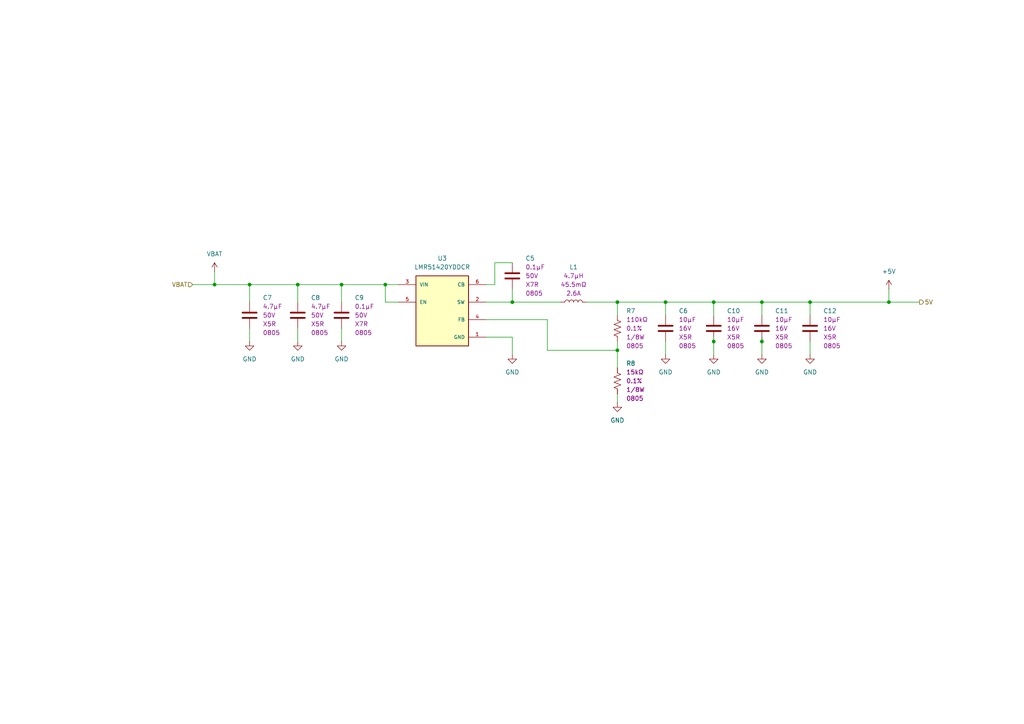
<source format=kicad_sch>
(kicad_sch (version 20231120) (generator "eeschema") (generator_version "8.0")
  (paper "A4")
  (lib_symbols
    (symbol "Capacitors_MLCC:CL21B104KBCNNNC" (pin_numbers hide) (pin_names (offset 0.254) hide)
      (property "Reference" "C" (at 4.826 4.318 0))
      (property "Capacitance" "0.1µF" (at 4.826 2.286 0))
      (property "Rated Voltage" "50V" (at 4.826 0 0))
      (property "Temperature Coefficient" "X7R" (at 4.826 -2.032 0))
      (property "Package" "0805" (at 4.826 -4.064 0))
      (symbol "CL21B104KBCNNNC_0_1"
        (polyline (pts (xy -2.032 -0.762) (xy 2.032 -0.762)) (stroke (width 0.508)))
        (polyline (pts (xy -2.032 0.762) (xy 2.032 0.762)) (stroke (width 0.508)))
      )
      (symbol "CL21B104KBCNNNC_1_1"
        (pin passive line (at 0 3.81 270) (length 2.794) (name "~") (number "1"))
        (pin passive line (at 0 -3.81 90) (length 2.794) (name "~") (number "2"))
      )
    )
    (symbol "Capacitors_MLCC:GRM21BR61C106KE15K" (pin_numbers hide) (pin_names (offset 0.254) hide)
      (property "Reference" "C" (at 4.826 4.318 0))
      (property "Capacitance" "10µF" (at 4.826 2.286 0))
      (property "Rated Voltage" "16V" (at 4.826 0 0))
      (property "Temperature Coefficient" "X5R" (at 4.826 -2.032 0))
      (property "Package" "0805" (at 4.826 -4.064 0))
      (symbol "GRM21BR61C106KE15K_0_1"
        (polyline (pts (xy -2.032 -0.762) (xy 2.032 -0.762)) (stroke (width 0.508)))
        (polyline (pts (xy -2.032 0.762) (xy 2.032 0.762)) (stroke (width 0.508)))
      )
      (symbol "GRM21BR61C106KE15K_1_1"
        (pin passive line (at 0 3.81 270) (length 2.794) (name "~") (number "1"))
        (pin passive line (at 0 -3.81 90) (length 2.794) (name "~") (number "2"))
      )
    )
    (symbol "Capacitors_MLCC:GRM21BR61H475KE51L" (pin_numbers hide) (pin_names (offset 0.254) hide)
      (property "Reference" "C" (at 4.826 4.318 0))
      (property "Capacitance" "4.7µF" (at 4.826 2.286 0))
      (property "Rated Voltage" "50V" (at 4.826 0 0))
      (property "Temperature Coefficient" "X5R" (at 4.826 -2.032 0))
      (property "Package" "0805" (at 4.826 -4.064 0))
      (symbol "GRM21BR61H475KE51L_0_1"
        (polyline (pts (xy -2.032 -0.762) (xy 2.032 -0.762)) (stroke (width 0.508)))
        (polyline (pts (xy -2.032 0.762) (xy 2.032 0.762)) (stroke (width 0.508)))
      )
      (symbol "GRM21BR61H475KE51L_1_1"
        (pin passive line (at 0 3.81 270) (length 2.794) (name "~") (number "1"))
        (pin passive line (at 0 -3.81 90) (length 2.794) (name "~") (number "2"))
      )
    )
    (symbol "Inductors:NRS5030T4R7MMGJV" (pin_numbers hide) (pin_names (offset 1.016) hide)
      (property "Reference" "L" (at -2.286 2.794 0))
      (property "Inductance" "4.7µH" (at -3.048 -2.032 0))
      (property "DCR" "45.5mΩ" (at -3.048 -6.604 0))
      (property "Current Rating" "2.6A" (at -3.048 -4.318 0))
      (symbol "NRS5030T4R7MMGJV_0_1"
        (arc (start -1.27 0) (mid -1.905 0.6323) (end -2.54 0))
        (arc (start 0 0) (mid -0.635 0.6323) (end -1.27 0))
        (arc (start 1.27 0) (mid 0.635 0.6323) (end 0 0))
        (arc (start 2.54 0) (mid 1.905 0.6323) (end 1.27 0))
      )
      (symbol "NRS5030T4R7MMGJV_1_1"
        (pin passive line (at -3.81 0 0) (length 1.27) (name "1") (number "1"))
        (pin passive line (at 3.81 0 180) (length 1.27) (name "2") (number "2"))
      )
    )
    (symbol "Regulator_Switching:LMR51420YDDCR" (pin_names (offset 1.016))
      (property "Reference" "U" (at -7.62 10.922 0))
      (property "Value" "LMR51420YDDCR" (at -7.62 -12.7 0))
      (symbol "LMR51420YDDCR_0_0"
        (rectangle (start -7.62 10.16) (end 7.62 -10.16) (stroke (width 0.254)) (fill (type background)))
        (pin input line (at 12.7 -2.54 180) (length 5.08) (name "FB") (number "4"))
        (pin input line (at -12.7 2.54 0) (length 5.08) (name "EN") (number "5"))
        (pin passive line (at 12.7 7.62 180) (length 5.08) (name "CB") (number "6"))
      )
      (symbol "LMR51420YDDCR_1_0"
        (pin power_in line (at 12.7 -7.62 180) (length 5.08) (name "GND") (number "1"))
        (pin power_out line (at 12.7 2.54 180) (length 5.08) (name "SW") (number "2"))
        (pin power_in line (at -12.7 7.62 0) (length 5.08) (name "VIN") (number "3"))
      )
    )
    (symbol "Resistors:ERA-6AEB114V" (pin_numbers hide) (pin_names (offset 1.016) hide)
      (property "Reference" "R" (at 2.54 3.556 0))
      (property "Resistance" "110kΩ" (at 2.54 2.032 0))
      (property "Tolerance" "0.1%" (at 2.54 0 0))
      (property "Power" "1/8W" (at 2.54 -2.032 0))
      (property "Package" "0805" (at 2.54 -4.064 0))
      (symbol "ERA-6AEB114V_0_1"
        (polyline (pts (xy 0 -2.286) (xy 0 -2.54)))
        (polyline (pts (xy 0 2.286) (xy 0 2.54)))
        (polyline (pts (xy 0 -0.762) (xy 1.016 -1.143) (xy 0 -1.524) (xy -1.016 -1.905) (xy 0 -2.286)))
        (polyline (pts (xy 0 0.762) (xy 1.016 0.381) (xy 0 0) (xy -1.016 -0.381) (xy 0 -0.762)))
        (polyline (pts (xy 0 2.286) (xy 1.016 1.905) (xy 0 1.524) (xy -1.016 1.143) (xy 0 0.762)))
      )
      (symbol "ERA-6AEB114V_1_1"
        (pin passive line (at 0 3.81 270) (length 1.27) (name "~") (number "1"))
        (pin passive line (at 0 -3.81 90) (length 1.27) (name "~") (number "2"))
      )
    )
    (symbol "Resistors:RT0805BRD0715KL" (pin_numbers hide) (pin_names (offset 1.016) hide)
      (property "Reference" "R" (at 2.54 3.556 0))
      (property "Resistance" "15kΩ" (at 2.54 2.032 0))
      (property "Tolerance" "0.1%" (at 2.54 0 0))
      (property "Power" "1/8W" (at 2.54 -2.032 0))
      (property "Package" "0805" (at 2.54 -4.064 0))
      (symbol "RT0805BRD0715KL_0_1"
        (polyline (pts (xy 0 -2.286) (xy 0 -2.54)))
        (polyline (pts (xy 0 2.286) (xy 0 2.54)))
        (polyline (pts (xy 0 -0.762) (xy 1.016 -1.143) (xy 0 -1.524) (xy -1.016 -1.905) (xy 0 -2.286)))
        (polyline (pts (xy 0 0.762) (xy 1.016 0.381) (xy 0 0) (xy -1.016 -0.381) (xy 0 -0.762)))
        (polyline (pts (xy 0 2.286) (xy 1.016 1.905) (xy 0 1.524) (xy -1.016 1.143) (xy 0 0.762)))
      )
      (symbol "RT0805BRD0715KL_1_1"
        (pin passive line (at 0 3.81 270) (length 1.27) (name "~") (number "1"))
        (pin passive line (at 0 -3.81 90) (length 1.27) (name "~") (number "2"))
      )
    )
    (symbol "power:+5V" (power) (pin_numbers hide) (pin_names (offset 0) hide)
      (property "Value" "+5V" (at 0 3.556 0))
      (symbol "+5V_0_1"
        (polyline (pts (xy -0.762 1.27) (xy 0 2.54)))
        (polyline (pts (xy 0 0) (xy 0 2.54)))
        (polyline (pts (xy 0 2.54) (xy 0.762 1.27)))
      )
      (symbol "+5V_1_1"
        (pin power_in line (at 0 0 90) (length 0) (name "~") (number "1"))
      )
    )
    (symbol "power:GND" (power) (pin_numbers hide) (pin_names (offset 0) hide)
      (property "Value" "GND" (at 0 -3.81 0))
      (symbol "GND_0_1"
        (polyline (pts (xy 0 0) (xy 0 -1.27) (xy 1.27 -1.27) (xy 0 -2.54) (xy -1.27 -1.27) (xy 0 -1.27)))
      )
      (symbol "GND_1_1"
        (pin power_in line (at 0 0 270) (length 0) (name "~") (number "1"))
      )
    )
    (symbol "power:VBAT" (power) (pin_numbers hide) (pin_names (offset 0) hide)
      (property "Value" "VBAT" (at 0 3.556 0))
      (symbol "VBAT_0_1"
        (polyline (pts (xy -0.762 1.27) (xy 0 2.54)))
        (polyline (pts (xy 0 0) (xy 0 2.54)))
        (polyline (pts (xy 0 2.54) (xy 0.762 1.27)))
      )
      (symbol "VBAT_1_1"
        (pin power_in line (at 0 0 90) (length 0) (name "~") (number "1"))
      )
    )
  )
  (junction (at 72.39 82.55))
  (junction (at 62.23 82.55))
  (junction (at 179.07 87.63))
  (junction (at 148.59 87.63))
  (junction (at 234.95 87.63))
  (junction (at 207.01 99.06))
  (junction (at 86.36 82.55))
  (junction (at 179.07 101.6))
  (junction (at 111.76 82.55))
  (junction (at 220.98 87.63))
  (junction (at 220.98 99.06))
  (junction (at 207.01 87.63))
  (junction (at 193.04 87.63))
  (junction (at 99.06 82.55))
  (junction (at 257.81 87.63))
  (wire (pts (xy 62.23 82.55) (xy 72.39 82.55)))
  (wire (pts (xy 62.23 78.74) (xy 62.23 82.55)))
  (wire (pts (xy 99.06 95.25) (xy 99.06 99.06)))
  (wire (pts (xy 143.51 82.55) (xy 143.51 76.2)))
  (wire (pts (xy 148.59 83.82) (xy 148.59 87.63)))
  (wire (pts (xy 111.76 87.63) (xy 111.76 82.55)))
  (wire (pts (xy 220.98 97.79) (xy 220.98 99.06)))
  (wire (pts (xy 193.04 87.63) (xy 207.01 87.63)))
  (wire (pts (xy 86.36 95.25) (xy 86.36 99.06)))
  (wire (pts (xy 179.07 101.6) (xy 158.75 101.6)))
  (wire (pts (xy 257.81 83.82) (xy 257.81 87.63)))
  (wire (pts (xy 99.06 82.55) (xy 86.36 82.55)))
  (wire (pts (xy 72.39 82.55) (xy 86.36 82.55)))
  (wire (pts (xy 99.06 82.55) (xy 111.76 82.55)))
  (wire (pts (xy 99.06 87.63) (xy 99.06 82.55)))
  (wire (pts (xy 170.18 87.63) (xy 179.07 87.63)))
  (wire (pts (xy 257.81 87.63) (xy 266.7 87.63)))
  (wire (pts (xy 234.95 87.63) (xy 257.81 87.63)))
  (wire (pts (xy 207.01 97.79) (xy 207.01 99.06)))
  (wire (pts (xy 158.75 101.6) (xy 158.75 92.71)))
  (wire (pts (xy 179.07 116.84) (xy 179.07 114.3)))
  (wire (pts (xy 193.04 102.87) (xy 193.04 99.06)))
  (wire (pts (xy 148.59 97.79) (xy 148.59 102.87)))
  (wire (pts (xy 220.98 87.63) (xy 234.95 87.63)))
  (wire (pts (xy 207.01 102.87) (xy 207.01 99.06)))
  (wire (pts (xy 234.95 87.63) (xy 234.95 91.44)))
  (wire (pts (xy 193.04 87.63) (xy 193.04 91.44)))
  (wire (pts (xy 72.39 95.25) (xy 72.39 99.06)))
  (wire (pts (xy 234.95 102.87) (xy 234.95 99.06)))
  (wire (pts (xy 72.39 82.55) (xy 72.39 87.63)))
  (wire (pts (xy 207.01 87.63) (xy 220.98 87.63)))
  (wire (pts (xy 207.01 87.63) (xy 207.01 91.44)))
  (wire (pts (xy 179.07 87.63) (xy 193.04 87.63)))
  (wire (pts (xy 115.57 87.63) (xy 111.76 87.63)))
  (wire (pts (xy 220.98 87.63) (xy 220.98 91.44)))
  (wire (pts (xy 111.76 82.55) (xy 115.57 82.55)))
  (wire (pts (xy 148.59 87.63) (xy 140.97 87.63)))
  (wire (pts (xy 86.36 82.55) (xy 86.36 87.63)))
  (wire (pts (xy 179.07 99.06) (xy 179.07 101.6)))
  (wire (pts (xy 55.88 82.55) (xy 62.23 82.55)))
  (wire (pts (xy 140.97 97.79) (xy 148.59 97.79)))
  (wire (pts (xy 143.51 76.2) (xy 148.59 76.2)))
  (wire (pts (xy 220.98 102.87) (xy 220.98 99.06)))
  (wire (pts (xy 179.07 101.6) (xy 179.07 106.68)))
  (wire (pts (xy 148.59 87.63) (xy 162.56 87.63)))
  (wire (pts (xy 158.75 92.71) (xy 140.97 92.71)))
  (wire (pts (xy 179.07 87.63) (xy 179.07 91.44)))
  (wire (pts (xy 140.97 82.55) (xy 143.51 82.55)))
  (hierarchical_label "5V" (shape output) (at 266.7 87.63 0))
  (hierarchical_label "VBAT" (shape input) (at 55.88 82.55 180))
  (symbol (lib_id "power:GND") (at 220.98 102.87 0) (unit 1)
    (property "Reference" "#PWR031" (effects (hide yes)))
    (property "Value" "GND" (at 220.98 107.95 0))
    (property "Description" "Power symbol creates a global label with name \"GND\" , ground" (effects (hide yes)))
  )
  (symbol (lib_id "power:GND") (at 179.07 116.84 0) (unit 1)
    (property "Reference" "#PWR028" (effects (hide yes)))
    (property "Value" "GND" (at 179.07 121.92 0))
    (property "Description" "Power symbol creates a global label with name \"GND\" , ground" (effects (hide yes)))
  )
  (symbol (lib_id "Capacitors_MLCC:CL21B104KBCNNNC") (at 99.06 91.44 0) (unit 1)
    (property "Reference" "C9" (at 102.87 86.3599 0) (effects (justify left)))
    (property "Value" "CL21B104KBCNNNC" (effects (hide yes)))
    (property "Footprint" "Capacitor_SMD:C_0805_2012Metric_Pad1.18x1.45mm_HandSolder" (effects (hide yes)))
    (property "Description" "CAP CER 0.1UF 50V X7R 0805" (effects (hide yes)))
    (property "Capacitance" "0.1µF" (at 102.87 88.8999 0) (effects (justify left)))
    (property "Rated Voltage" "50V" (at 102.87 91.4399 0) (effects (justify left)))
    (property "Temperature Coefficient" "X7R" (at 102.87 93.9799 0) (effects (justify left)))
    (property "Package" "0805" (at 102.87 96.5199 0) (effects (justify left)))
  )
  (symbol (lib_id "Capacitors_MLCC:GRM21BR61C106KE15K") (at 234.95 95.25 0) (unit 1)
    (property "Reference" "C12" (at 238.76 90.1699 0) (effects (justify left)))
    (property "Value" "GRM21BR61C106KE15K" (effects (hide yes)))
    (property "Footprint" "Capacitor_SMD:C_0805_2012Metric_Pad1.18x1.45mm_HandSolder" (effects (hide yes)))
    (property "Description" "CAP CER 10UF 16V X5R 0805" (effects (hide yes)))
    (property "Capacitance" "10µF" (at 238.76 92.7099 0) (effects (justify left)))
    (property "Rated Voltage" "16V" (at 238.76 95.2499 0) (effects (justify left)))
    (property "Temperature Coefficient" "X5R" (at 238.76 97.7899 0) (effects (justify left)))
    (property "Package" "0805" (at 238.76 100.3299 0) (effects (justify left)))
  )
  (symbol (lib_id "Resistors:ERA-6AEB114V") (at 179.07 95.25 0) (unit 1)
    (property "Reference" "R7" (at 181.61 90.1699 0) (effects (justify left)))
    (property "Value" "ERA-6AEB114V" (effects (hide yes)))
    (property "Footprint" "Resistor_SMD:R_0805_2012Metric_Pad1.20x1.40mm_HandSolder" (effects (hide yes)))
    (property "Description" "RES SMD 110K OHM 0.1% 1/8W 0805" (effects (hide yes)))
    (property "PARTREV" "V.12" (effects (hide yes)))
    (property "STANDARD" "IPC 7351B" (effects (hide yes)))
    (property "MAXIMUM_PACKAGE_HEIGHT" "0.6 mm" (effects (hide yes)))
    (property "MANUFACTURER" "Panasonic Electronic Components" (effects (hide yes)))
    (property "Resistance" "110kΩ" (at 181.61 92.7099 0) (effects (justify left)))
    (property "Tolerance" "0.1%" (at 181.61 95.2499 0) (effects (justify left)))
    (property "Power" "1/8W" (at 181.61 97.7899 0) (effects (justify left)))
    (property "Package" "0805" (at 181.61 100.3299 0) (effects (justify left)))
  )
  (symbol (lib_id "power:GND") (at 193.04 102.87 0) (unit 1)
    (property "Reference" "#PWR029" (effects (hide yes)))
    (property "Value" "GND" (at 193.04 107.95 0))
    (property "Description" "Power symbol creates a global label with name \"GND\" , ground" (effects (hide yes)))
  )
  (symbol (lib_id "power:GND") (at 86.36 99.06 0) (unit 1)
    (property "Reference" "#PWR026" (effects (hide yes)))
    (property "Value" "GND" (at 86.36 104.14 0))
    (property "Description" "Power symbol creates a global label with name \"GND\" , ground" (effects (hide yes)))
  )
  (symbol (lib_id "power:+5V") (at 257.81 83.82 0) (unit 1)
    (property "Reference" "#PWR019" (effects (hide yes)))
    (property "Value" "+5V" (at 257.81 78.74 0))
    (property "Description" "Power symbol creates a global label with name \"+5V\"" (effects (hide yes)))
  )
  (symbol (lib_id "power:GND") (at 207.01 102.87 0) (unit 1)
    (property "Reference" "#PWR030" (effects (hide yes)))
    (property "Value" "GND" (at 207.01 107.95 0))
    (property "Description" "Power symbol creates a global label with name \"GND\" , ground" (effects (hide yes)))
  )
  (symbol (lib_id "power:GND") (at 99.06 99.06 0) (unit 1)
    (property "Reference" "#PWR027" (effects (hide yes)))
    (property "Value" "GND" (at 99.06 104.14 0))
    (property "Description" "Power symbol creates a global label with name \"GND\" , ground" (effects (hide yes)))
  )
  (symbol (lib_id "Capacitors_MLCC:GRM21BR61C106KE15K") (at 207.01 95.25 0) (unit 1)
    (property "Reference" "C10" (at 210.82 90.1699 0) (effects (justify left)))
    (property "Value" "GRM21BR61C106KE15K" (effects (hide yes)))
    (property "Footprint" "Capacitor_SMD:C_0805_2012Metric_Pad1.18x1.45mm_HandSolder" (effects (hide yes)))
    (property "Description" "CAP CER 10UF 16V X5R 0805" (effects (hide yes)))
    (property "Capacitance" "10µF" (at 210.82 92.7099 0) (effects (justify left)))
    (property "Rated Voltage" "16V" (at 210.82 95.2499 0) (effects (justify left)))
    (property "Temperature Coefficient" "X5R" (at 210.82 97.7899 0) (effects (justify left)))
    (property "Package" "0805" (at 210.82 100.3299 0) (effects (justify left)))
  )
  (symbol (lib_id "Capacitors_MLCC:GRM21BR61H475KE51L") (at 72.39 91.44 0) (unit 1)
    (property "Reference" "C7" (at 76.2 86.3599 0) (effects (justify left)))
    (property "Value" "GRM21BR61H475KE51L" (effects (hide yes)))
    (property "Footprint" "Capacitor_SMD:C_0805_2012Metric_Pad1.18x1.45mm_HandSolder" (effects (hide yes)))
    (property "Description" "CAP CER 4.7UF 50V X5R 0805" (effects (hide yes)))
    (property "Capacitance" "4.7µF" (at 76.2 88.8999 0) (effects (justify left)))
    (property "Rated Voltage" "50V" (at 76.2 91.4399 0) (effects (justify left)))
    (property "Temperature Coefficient" "X5R" (at 76.2 93.9799 0) (effects (justify left)))
    (property "Package" "0805" (at 76.2 96.5199 0) (effects (justify left)))
  )
  (symbol (lib_id "Capacitors_MLCC:GRM21BR61C106KE15K") (at 193.04 95.25 0) (unit 1)
    (property "Reference" "C6" (at 196.85 90.1699 0) (effects (justify left)))
    (property "Value" "GRM21BR61C106KE15K" (effects (hide yes)))
    (property "Footprint" "Capacitor_SMD:C_0805_2012Metric_Pad1.18x1.45mm_HandSolder" (effects (hide yes)))
    (property "Description" "CAP CER 10UF 16V X5R 0805" (effects (hide yes)))
    (property "Capacitance" "10µF" (at 196.85 92.7099 0) (effects (justify left)))
    (property "Rated Voltage" "16V" (at 196.85 95.2499 0) (effects (justify left)))
    (property "Temperature Coefficient" "X5R" (at 196.85 97.7899 0) (effects (justify left)))
    (property "Package" "0805" (at 196.85 100.3299 0) (effects (justify left)))
  )
  (symbol (lib_id "Capacitors_MLCC:CL21B104KBCNNNC") (at 148.59 80.01 0) (unit 1)
    (property "Reference" "C5" (at 152.4 74.9299 0) (effects (justify left)))
    (property "Value" "CL21B104KBCNNNC" (effects (hide yes)))
    (property "Footprint" "Capacitor_SMD:C_0805_2012Metric_Pad1.18x1.45mm_HandSolder" (effects (hide yes)))
    (property "Description" "CAP CER 0.1UF 50V X7R 0805" (effects (hide yes)))
    (property "Capacitance" "0.1µF" (at 152.4 77.4699 0) (effects (justify left)))
    (property "Rated Voltage" "50V" (at 152.4 80.0099 0) (effects (justify left)))
    (property "Temperature Coefficient" "X7R" (at 152.4 82.5499 0) (effects (justify left)))
    (property "Package" "0805" (at 152.4 85.0899 0) (effects (justify left)))
  )
  (symbol (lib_id "Regulator_Switching:LMR51420YDDCR") (at 128.27 90.17 0) (unit 1)
    (property "Reference" "U3" (at 128.27 74.93 0))
    (property "Value" "LMR51420YDDCR" (at 128.27 77.47 0))
    (property "Footprint" "Package_TO_SOT_SMD:SOT-23-6_LMR51420YDDCR" (effects (hide yes)))
    (property "Description" "IC REG BUCK ADJ 2A SOT23" (effects (hide yes)))
    (property "PARTREV" "C" (effects (hide yes)))
    (property "STANDARD" "IPC-7351B" (effects (hide yes)))
    (property "SNAPEDA_PN" "LMR51420YDDCR" (effects (hide yes)))
    (property "MAXIMUM_PACKAGE_HEIGHT" "1.1mm" (effects (hide yes)))
    (property "MANUFACTURER" "Texas Instruments" (effects (hide yes)))
  )
  (symbol (lib_id "power:GND") (at 72.39 99.06 0) (unit 1)
    (property "Reference" "#PWR025" (effects (hide yes)))
    (property "Value" "GND" (at 72.39 104.14 0))
    (property "Description" "Power symbol creates a global label with name \"GND\" , ground" (effects (hide yes)))
  )
  (symbol (lib_id "power:GND") (at 234.95 102.87 0) (unit 1)
    (property "Reference" "#PWR032" (effects (hide yes)))
    (property "Value" "GND" (at 234.95 107.95 0))
    (property "Description" "Power symbol creates a global label with name \"GND\" , ground" (effects (hide yes)))
  )
  (symbol (lib_id "power:GND") (at 148.59 102.87 0) (unit 1)
    (property "Reference" "#PWR033" (effects (hide yes)))
    (property "Value" "GND" (at 148.59 107.95 0))
    (property "Description" "Power symbol creates a global label with name \"GND\" , ground" (effects (hide yes)))
  )
  (symbol (lib_id "Inductors:NRS5030T4R7MMGJV") (at 166.37 87.63 0) (unit 1)
    (property "Reference" "L1" (at 166.37 77.47 0))
    (property "Value" "NRS5030T4R7MMGJV" (effects (hide yes)))
    (property "Footprint" "Inductor_SMD:L_Taiyo-Yuden_NRS5030T4R7MMGJV" (effects (hide yes)))
    (property "Description" "FIXED IND 4.7UH 2.6A 45.5MOHM SM" (effects (hide yes)))
    (property "Inductance" "4.7µH" (at 166.37 80.01 0))
    (property "DCR" "45.5mΩ" (at 166.37 82.55 0))
    (property "Current Rating" "2.6A" (at 166.37 85.09 0))
    (property "Size" "4.9mm x 4.9mm" (effects (hide yes)))
  )
  (symbol (lib_id "power:VBAT") (at 62.23 78.74 0) (unit 1)
    (property "Reference" "#PWR018" (effects (hide yes)))
    (property "Value" "VBAT" (at 62.23 73.66 0))
    (property "Description" "Power symbol creates a global label with name \"VBAT\"" (effects (hide yes)))
  )
  (symbol (lib_id "Capacitors_MLCC:GRM21BR61H475KE51L") (at 86.36 91.44 0) (unit 1)
    (property "Reference" "C8" (at 90.17 86.3599 0) (effects (justify left)))
    (property "Value" "GRM21BR61H475KE51L" (effects (hide yes)))
    (property "Footprint" "Capacitor_SMD:C_0805_2012Metric_Pad1.18x1.45mm_HandSolder" (effects (hide yes)))
    (property "Description" "CAP CER 4.7UF 50V X5R 0805" (effects (hide yes)))
    (property "Capacitance" "4.7µF" (at 90.17 88.8999 0) (effects (justify left)))
    (property "Rated Voltage" "50V" (at 90.17 91.4399 0) (effects (justify left)))
    (property "Temperature Coefficient" "X5R" (at 90.17 93.9799 0) (effects (justify left)))
    (property "Package" "0805" (at 90.17 96.5199 0) (effects (justify left)))
  )
  (symbol (lib_id "Resistors:RT0805BRD0715KL") (at 179.07 110.49 0) (unit 1)
    (property "Reference" "R8" (at 181.61 105.4099 0) (effects (justify left)))
    (property "Value" "RT0805BRD0715KL" (effects (hide yes)))
    (property "Footprint" "Resistor_SMD:R_0805_2012Metric_Pad1.20x1.40mm_HandSolder" (effects (hide yes)))
    (property "Description" "RES SMD 15K OHM 0.1% 1/8W 0805" (effects (hide yes)))
    (property "PARTREV" "V.12" (effects (hide yes)))
    (property "STANDARD" "IPC 7351B" (effects (hide yes)))
    (property "MAXIMUM_PACKAGE_HEIGHT" "0.6 mm" (effects (hide yes)))
    (property "MANUFACTURER" "Panasonic Electronic Components" (effects (hide yes)))
    (property "Resistance" "15kΩ" (at 181.61 107.9499 0) (effects (justify left)))
    (property "Tolerance" "0.1%" (at 181.61 110.4899 0) (effects (justify left)))
    (property "Power" "1/8W" (at 181.61 113.0299 0) (effects (justify left)))
    (property "Package" "0805" (at 181.61 115.5699 0) (effects (justify left)))
  )
  (symbol (lib_id "Capacitors_MLCC:GRM21BR61C106KE15K") (at 220.98 95.25 0) (unit 1)
    (property "Reference" "C11" (at 224.79 90.1699 0) (effects (justify left)))
    (property "Value" "GRM21BR61C106KE15K" (effects (hide yes)))
    (property "Footprint" "Capacitor_SMD:C_0805_2012Metric_Pad1.18x1.45mm_HandSolder" (effects (hide yes)))
    (property "Description" "CAP CER 10UF 16V X5R 0805" (effects (hide yes)))
    (property "Capacitance" "10µF" (at 224.79 92.7099 0) (effects (justify left)))
    (property "Rated Voltage" "16V" (at 224.79 95.2499 0) (effects (justify left)))
    (property "Temperature Coefficient" "X5R" (at 224.79 97.7899 0) (effects (justify left)))
    (property "Package" "0805" (at 224.79 100.3299 0) (effects (justify left)))
  )
)
</source>
